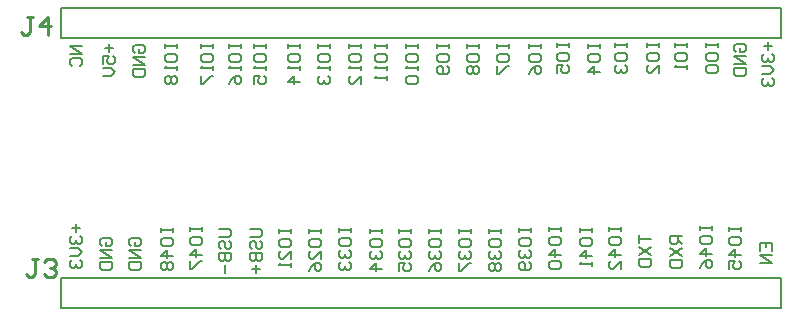
<source format=gbo>
G04*
G04 #@! TF.GenerationSoftware,Altium Limited,Altium Designer,24.7.2 (38)*
G04*
G04 Layer_Color=32896*
%FSLAX25Y25*%
%MOIN*%
G70*
G04*
G04 #@! TF.SameCoordinates,5553529B-7FC1-40E9-B1A8-37912BF81215*
G04*
G04*
G04 #@! TF.FilePolarity,Positive*
G04*
G01*
G75*
%ADD10C,0.00591*%
%ADD15C,0.00600*%
%ADD74C,0.01000*%
D10*
X279961Y197D02*
Y10039D01*
X40118D02*
X279961D01*
X40118Y197D02*
Y10039D01*
Y197D02*
X279961D01*
X40118Y90197D02*
X279961D01*
X40118D02*
Y100039D01*
X279961D01*
Y90197D02*
Y100039D01*
D15*
X273001Y19034D02*
Y21700D01*
X277000D01*
Y19034D01*
X275001Y21700D02*
Y20367D01*
X277000Y17701D02*
X273001D01*
X277000Y15035D01*
X273001D01*
X143001Y26500D02*
Y25167D01*
Y25834D01*
X147000D01*
Y26500D01*
Y25167D01*
X143001Y21168D02*
Y22501D01*
X143668Y23168D01*
X146334D01*
X147000Y22501D01*
Y21168D01*
X146334Y20502D01*
X143668D01*
X143001Y21168D01*
X143668Y19169D02*
X143001Y18503D01*
Y17170D01*
X143668Y16503D01*
X144334D01*
X145001Y17170D01*
Y17836D01*
Y17170D01*
X145667Y16503D01*
X146334D01*
X147000Y17170D01*
Y18503D01*
X146334Y19169D01*
X147000Y13171D02*
X143001D01*
X145001Y15170D01*
Y12505D01*
X262701Y27200D02*
Y25867D01*
Y26534D01*
X266700D01*
Y27200D01*
Y25867D01*
X262701Y21868D02*
Y23201D01*
X263368Y23868D01*
X266034D01*
X266700Y23201D01*
Y21868D01*
X266034Y21202D01*
X263368D01*
X262701Y21868D01*
X266700Y17870D02*
X262701D01*
X264701Y19869D01*
Y17203D01*
X262701Y13205D02*
Y15870D01*
X264701D01*
X264034Y14537D01*
Y13871D01*
X264701Y13205D01*
X266034D01*
X266700Y13871D01*
Y15204D01*
X266034Y15870D01*
X253201Y27400D02*
Y26067D01*
Y26734D01*
X257200D01*
Y27400D01*
Y26067D01*
X253201Y22068D02*
Y23401D01*
X253868Y24068D01*
X256534D01*
X257200Y23401D01*
Y22068D01*
X256534Y21402D01*
X253868D01*
X253201Y22068D01*
X257200Y18070D02*
X253201D01*
X255201Y20069D01*
Y17403D01*
X253201Y13405D02*
X253868Y14737D01*
X255201Y16070D01*
X256534D01*
X257200Y15404D01*
Y14071D01*
X256534Y13405D01*
X255867D01*
X255201Y14071D01*
Y16070D01*
X247100Y23900D02*
X243101D01*
Y21901D01*
X243768Y21234D01*
X245101D01*
X245767Y21901D01*
Y23900D01*
Y22567D02*
X247100Y21234D01*
X243101Y19901D02*
X247100Y17235D01*
X243101D02*
X247100Y19901D01*
X243101Y15903D02*
X247100D01*
Y13903D01*
X246434Y13237D01*
X243768D01*
X243101Y13903D01*
Y15903D01*
X232701Y24300D02*
Y21634D01*
Y22967D01*
X236700D01*
X232701Y20301D02*
X236700Y17636D01*
X232701D02*
X236700Y20301D01*
X232701Y16303D02*
X236700D01*
Y14303D01*
X236034Y13637D01*
X233368D01*
X232701Y14303D01*
Y16303D01*
X222701Y27000D02*
Y25667D01*
Y26334D01*
X226700D01*
Y27000D01*
Y25667D01*
X222701Y21668D02*
Y23001D01*
X223368Y23668D01*
X226034D01*
X226700Y23001D01*
Y21668D01*
X226034Y21002D01*
X223368D01*
X222701Y21668D01*
X226700Y17670D02*
X222701D01*
X224701Y19669D01*
Y17003D01*
X226700Y13004D02*
Y15670D01*
X224034Y13004D01*
X223368D01*
X222701Y13671D01*
Y15004D01*
X223368Y15670D01*
X213001Y26800D02*
Y25467D01*
Y26134D01*
X217000D01*
Y26800D01*
Y25467D01*
X213001Y21468D02*
Y22801D01*
X213668Y23468D01*
X216334D01*
X217000Y22801D01*
Y21468D01*
X216334Y20802D01*
X213668D01*
X213001Y21468D01*
X217000Y17470D02*
X213001D01*
X215001Y19469D01*
Y16803D01*
X217000Y15470D02*
Y14137D01*
Y14804D01*
X213001D01*
X213668Y15470D01*
X152601Y26500D02*
Y25167D01*
Y25834D01*
X156600D01*
Y26500D01*
Y25167D01*
X152601Y21168D02*
Y22501D01*
X153268Y23168D01*
X155933D01*
X156600Y22501D01*
Y21168D01*
X155933Y20502D01*
X153268D01*
X152601Y21168D01*
X153268Y19169D02*
X152601Y18503D01*
Y17170D01*
X153268Y16503D01*
X153934D01*
X154601Y17170D01*
Y17836D01*
Y17170D01*
X155267Y16503D01*
X155933D01*
X156600Y17170D01*
Y18503D01*
X155933Y19169D01*
X152601Y12505D02*
Y15170D01*
X154601D01*
X153934Y13837D01*
Y13171D01*
X154601Y12505D01*
X155933D01*
X156600Y13171D01*
Y14504D01*
X155933Y15170D01*
X162601Y26300D02*
Y24967D01*
Y25634D01*
X166600D01*
Y26300D01*
Y24967D01*
X162601Y20968D02*
Y22301D01*
X163268Y22968D01*
X165934D01*
X166600Y22301D01*
Y20968D01*
X165934Y20302D01*
X163268D01*
X162601Y20968D01*
X163268Y18969D02*
X162601Y18303D01*
Y16970D01*
X163268Y16303D01*
X163934D01*
X164601Y16970D01*
Y17636D01*
Y16970D01*
X165267Y16303D01*
X165934D01*
X166600Y16970D01*
Y18303D01*
X165934Y18969D01*
X162601Y12304D02*
X163268Y13637D01*
X164601Y14970D01*
X165934D01*
X166600Y14304D01*
Y12971D01*
X165934Y12304D01*
X165267D01*
X164601Y12971D01*
Y14970D01*
X172801Y26400D02*
Y25067D01*
Y25734D01*
X176800D01*
Y26400D01*
Y25067D01*
X172801Y21068D02*
Y22401D01*
X173468Y23068D01*
X176134D01*
X176800Y22401D01*
Y21068D01*
X176134Y20402D01*
X173468D01*
X172801Y21068D01*
X173468Y19069D02*
X172801Y18403D01*
Y17070D01*
X173468Y16403D01*
X174134D01*
X174801Y17070D01*
Y17736D01*
Y17070D01*
X175467Y16403D01*
X176134D01*
X176800Y17070D01*
Y18403D01*
X176134Y19069D01*
X172801Y15070D02*
Y12404D01*
X173468D01*
X176134Y15070D01*
X176800D01*
X182801Y26300D02*
Y24967D01*
Y25634D01*
X186800D01*
Y26300D01*
Y24967D01*
X182801Y20968D02*
Y22301D01*
X183468Y22968D01*
X186134D01*
X186800Y22301D01*
Y20968D01*
X186134Y20302D01*
X183468D01*
X182801Y20968D01*
X183468Y18969D02*
X182801Y18303D01*
Y16970D01*
X183468Y16303D01*
X184134D01*
X184801Y16970D01*
Y17636D01*
Y16970D01*
X185467Y16303D01*
X186134D01*
X186800Y16970D01*
Y18303D01*
X186134Y18969D01*
X183468Y14970D02*
X182801Y14304D01*
Y12971D01*
X183468Y12304D01*
X184134D01*
X184801Y12971D01*
X185467Y12304D01*
X186134D01*
X186800Y12971D01*
Y14304D01*
X186134Y14970D01*
X185467D01*
X184801Y14304D01*
X184134Y14970D01*
X183468D01*
X184801Y14304D02*
Y12971D01*
X192801Y26700D02*
Y25367D01*
Y26034D01*
X196800D01*
Y26700D01*
Y25367D01*
X192801Y21368D02*
Y22701D01*
X193468Y23368D01*
X196133D01*
X196800Y22701D01*
Y21368D01*
X196133Y20702D01*
X193468D01*
X192801Y21368D01*
X193468Y19369D02*
X192801Y18703D01*
Y17370D01*
X193468Y16703D01*
X194134D01*
X194801Y17370D01*
Y18036D01*
Y17370D01*
X195467Y16703D01*
X196133D01*
X196800Y17370D01*
Y18703D01*
X196133Y19369D01*
Y15370D02*
X196800Y14704D01*
Y13371D01*
X196133Y12705D01*
X193468D01*
X192801Y13371D01*
Y14704D01*
X193468Y15370D01*
X194134D01*
X194801Y14704D01*
Y12705D01*
X202901Y26900D02*
Y25567D01*
Y26234D01*
X206900D01*
Y26900D01*
Y25567D01*
X202901Y21568D02*
Y22901D01*
X203568Y23568D01*
X206234D01*
X206900Y22901D01*
Y21568D01*
X206234Y20902D01*
X203568D01*
X202901Y21568D01*
X206900Y17570D02*
X202901D01*
X204901Y19569D01*
Y16903D01*
X203568Y15570D02*
X202901Y14904D01*
Y13571D01*
X203568Y12904D01*
X206234D01*
X206900Y13571D01*
Y14904D01*
X206234Y15570D01*
X203568D01*
X73401Y26800D02*
Y25467D01*
Y26134D01*
X77400D01*
Y26800D01*
Y25467D01*
X73401Y21468D02*
Y22801D01*
X74068Y23468D01*
X76734D01*
X77400Y22801D01*
Y21468D01*
X76734Y20802D01*
X74068D01*
X73401Y21468D01*
X77400Y17470D02*
X73401D01*
X75401Y19469D01*
Y16803D01*
X74068Y15470D02*
X73401Y14804D01*
Y13471D01*
X74068Y12804D01*
X74734D01*
X75401Y13471D01*
X76067Y12804D01*
X76734D01*
X77400Y13471D01*
Y14804D01*
X76734Y15470D01*
X76067D01*
X75401Y14804D01*
X74734Y15470D01*
X74068D01*
X75401Y14804D02*
Y13471D01*
X83101Y27100D02*
Y25767D01*
Y26434D01*
X87100D01*
Y27100D01*
Y25767D01*
X83101Y21768D02*
Y23101D01*
X83768Y23768D01*
X86434D01*
X87100Y23101D01*
Y21768D01*
X86434Y21102D01*
X83768D01*
X83101Y21768D01*
X87100Y17770D02*
X83101D01*
X85101Y19769D01*
Y17103D01*
X83101Y15770D02*
Y13104D01*
X83768D01*
X86434Y15770D01*
X87100D01*
X92901Y26500D02*
X96234D01*
X96900Y25834D01*
Y24501D01*
X96234Y23834D01*
X92901D01*
X93568Y19836D02*
X92901Y20502D01*
Y21835D01*
X93568Y22501D01*
X94234D01*
X94901Y21835D01*
Y20502D01*
X95567Y19836D01*
X96234D01*
X96900Y20502D01*
Y21835D01*
X96234Y22501D01*
X92901Y18503D02*
X96900D01*
Y16503D01*
X96234Y15837D01*
X95567D01*
X94901Y16503D01*
Y18503D01*
Y16503D01*
X94234Y15837D01*
X93568D01*
X92901Y16503D01*
Y18503D01*
X94901Y14504D02*
Y11838D01*
X103001Y26300D02*
X106333D01*
X107000Y25634D01*
Y24301D01*
X106333Y23634D01*
X103001D01*
X103668Y19636D02*
X103001Y20302D01*
Y21635D01*
X103668Y22301D01*
X104334D01*
X105001Y21635D01*
Y20302D01*
X105667Y19636D01*
X106333D01*
X107000Y20302D01*
Y21635D01*
X106333Y22301D01*
X103001Y18303D02*
X107000D01*
Y16303D01*
X106333Y15637D01*
X105667D01*
X105001Y16303D01*
Y18303D01*
Y16303D01*
X104334Y15637D01*
X103668D01*
X103001Y16303D01*
Y18303D01*
X105001Y14304D02*
Y11638D01*
X103668Y12971D02*
X106333D01*
X112801Y26500D02*
Y25167D01*
Y25834D01*
X116800D01*
Y26500D01*
Y25167D01*
X112801Y21168D02*
Y22501D01*
X113468Y23168D01*
X116133D01*
X116800Y22501D01*
Y21168D01*
X116133Y20502D01*
X113468D01*
X112801Y21168D01*
X116800Y16503D02*
Y19169D01*
X114134Y16503D01*
X113468D01*
X112801Y17170D01*
Y18503D01*
X113468Y19169D01*
X116800Y15170D02*
Y13837D01*
Y14504D01*
X112801D01*
X113468Y15170D01*
X122601Y26500D02*
Y25167D01*
Y25834D01*
X126600D01*
Y26500D01*
Y25167D01*
X122601Y21168D02*
Y22501D01*
X123268Y23168D01*
X125934D01*
X126600Y22501D01*
Y21168D01*
X125934Y20502D01*
X123268D01*
X122601Y21168D01*
X126600Y16503D02*
Y19169D01*
X123934Y16503D01*
X123268D01*
X122601Y17170D01*
Y18503D01*
X123268Y19169D01*
X122601Y12505D02*
X123268Y13837D01*
X124601Y15170D01*
X125934D01*
X126600Y14504D01*
Y13171D01*
X125934Y12505D01*
X125267D01*
X124601Y13171D01*
Y15170D01*
X132801Y26600D02*
Y25267D01*
Y25934D01*
X136800D01*
Y26600D01*
Y25267D01*
X132801Y21268D02*
Y22601D01*
X133468Y23268D01*
X136134D01*
X136800Y22601D01*
Y21268D01*
X136134Y20602D01*
X133468D01*
X132801Y21268D01*
X133468Y19269D02*
X132801Y18603D01*
Y17270D01*
X133468Y16603D01*
X134134D01*
X134801Y17270D01*
Y17936D01*
Y17270D01*
X135467Y16603D01*
X136134D01*
X136800Y17270D01*
Y18603D01*
X136134Y19269D01*
X133468Y15270D02*
X132801Y14604D01*
Y13271D01*
X133468Y12605D01*
X134134D01*
X134801Y13271D01*
Y13937D01*
Y13271D01*
X135467Y12605D01*
X136134D01*
X136800Y13271D01*
Y14604D01*
X136134Y15270D01*
X63468Y20734D02*
X62801Y21401D01*
Y22734D01*
X63468Y23400D01*
X66134D01*
X66800Y22734D01*
Y21401D01*
X66134Y20734D01*
X64801D01*
Y22067D01*
X66800Y19401D02*
X62801D01*
X66800Y16736D01*
X62801D01*
Y15403D02*
X66800D01*
Y13403D01*
X66134Y12737D01*
X63468D01*
X62801Y13403D01*
Y15403D01*
X45101Y27900D02*
Y25234D01*
X43768Y26567D02*
X46434D01*
X43768Y23901D02*
X43101Y23235D01*
Y21902D01*
X43768Y21236D01*
X44434D01*
X45101Y21902D01*
Y22568D01*
Y21902D01*
X45767Y21236D01*
X46434D01*
X47100Y21902D01*
Y23235D01*
X46434Y23901D01*
X43101Y19903D02*
X45767D01*
X47100Y18570D01*
X45767Y17237D01*
X43101D01*
X43768Y15904D02*
X43101Y15237D01*
Y13905D01*
X43768Y13238D01*
X44434D01*
X45101Y13905D01*
Y14571D01*
Y13905D01*
X45767Y13238D01*
X46434D01*
X47100Y13905D01*
Y15237D01*
X46434Y15904D01*
X53868Y20634D02*
X53201Y21301D01*
Y22634D01*
X53868Y23300D01*
X56534D01*
X57200Y22634D01*
Y21301D01*
X56534Y20634D01*
X55201D01*
Y21967D01*
X57200Y19301D02*
X53201D01*
X57200Y16635D01*
X53201D01*
Y15303D02*
X57200D01*
Y13303D01*
X56534Y12637D01*
X53868D01*
X53201Y13303D01*
Y15303D01*
X47200Y87500D02*
X43201D01*
X47200Y84834D01*
X43201D01*
X43868Y80835D02*
X43201Y81502D01*
Y82835D01*
X43868Y83501D01*
X46534D01*
X47200Y82835D01*
Y81502D01*
X46534Y80835D01*
X56201Y88200D02*
Y85534D01*
X54868Y86867D02*
X57534D01*
X54201Y81536D02*
Y84201D01*
X56201D01*
X55534Y82868D01*
Y82202D01*
X56201Y81536D01*
X57534D01*
X58200Y82202D01*
Y83535D01*
X57534Y84201D01*
X54201Y80203D02*
X56867D01*
X58200Y78870D01*
X56867Y77537D01*
X54201D01*
X64868Y85034D02*
X64201Y85701D01*
Y87034D01*
X64868Y87700D01*
X67534D01*
X68200Y87034D01*
Y85701D01*
X67534Y85034D01*
X66201D01*
Y86367D01*
X68200Y83701D02*
X64201D01*
X68200Y81036D01*
X64201D01*
Y79703D02*
X68200D01*
Y77703D01*
X67534Y77037D01*
X64868D01*
X64201Y77703D01*
Y79703D01*
X136201Y88100D02*
Y86767D01*
Y87434D01*
X140200D01*
Y88100D01*
Y86767D01*
X136201Y82768D02*
Y84101D01*
X136868Y84768D01*
X139533D01*
X140200Y84101D01*
Y82768D01*
X139533Y82102D01*
X136868D01*
X136201Y82768D01*
X140200Y80769D02*
Y79436D01*
Y80103D01*
X136201D01*
X136868Y80769D01*
X140200Y74771D02*
Y77437D01*
X137534Y74771D01*
X136868D01*
X136201Y75437D01*
Y76770D01*
X136868Y77437D01*
X125901Y88100D02*
Y86767D01*
Y87434D01*
X129900D01*
Y88100D01*
Y86767D01*
X125901Y82768D02*
Y84101D01*
X126568Y84768D01*
X129234D01*
X129900Y84101D01*
Y82768D01*
X129234Y82102D01*
X126568D01*
X125901Y82768D01*
X129900Y80769D02*
Y79436D01*
Y80103D01*
X125901D01*
X126568Y80769D01*
Y77437D02*
X125901Y76770D01*
Y75437D01*
X126568Y74771D01*
X127234D01*
X127901Y75437D01*
Y76104D01*
Y75437D01*
X128567Y74771D01*
X129234D01*
X129900Y75437D01*
Y76770D01*
X129234Y77437D01*
X115601Y87900D02*
Y86567D01*
Y87234D01*
X119600D01*
Y87900D01*
Y86567D01*
X115601Y82568D02*
Y83901D01*
X116268Y84568D01*
X118933D01*
X119600Y83901D01*
Y82568D01*
X118933Y81902D01*
X116268D01*
X115601Y82568D01*
X119600Y80569D02*
Y79236D01*
Y79903D01*
X115601D01*
X116268Y80569D01*
X119600Y75237D02*
X115601D01*
X117601Y77237D01*
Y74571D01*
X104401Y87900D02*
Y86567D01*
Y87234D01*
X108400D01*
Y87900D01*
Y86567D01*
X104401Y82568D02*
Y83901D01*
X105068Y84568D01*
X107734D01*
X108400Y83901D01*
Y82568D01*
X107734Y81902D01*
X105068D01*
X104401Y82568D01*
X108400Y80569D02*
Y79236D01*
Y79903D01*
X104401D01*
X105068Y80569D01*
X104401Y74571D02*
Y77237D01*
X106401D01*
X105734Y75904D01*
Y75237D01*
X106401Y74571D01*
X107734D01*
X108400Y75237D01*
Y76570D01*
X107734Y77237D01*
X96201Y88000D02*
Y86667D01*
Y87334D01*
X100200D01*
Y88000D01*
Y86667D01*
X96201Y82668D02*
Y84001D01*
X96868Y84668D01*
X99534D01*
X100200Y84001D01*
Y82668D01*
X99534Y82002D01*
X96868D01*
X96201Y82668D01*
X100200Y80669D02*
Y79336D01*
Y80003D01*
X96201D01*
X96868Y80669D01*
X96201Y74671D02*
X96868Y76004D01*
X98201Y77337D01*
X99534D01*
X100200Y76670D01*
Y75337D01*
X99534Y74671D01*
X98867D01*
X98201Y75337D01*
Y77337D01*
X86601Y88100D02*
Y86767D01*
Y87434D01*
X90600D01*
Y88100D01*
Y86767D01*
X86601Y82768D02*
Y84101D01*
X87268Y84768D01*
X89934D01*
X90600Y84101D01*
Y82768D01*
X89934Y82102D01*
X87268D01*
X86601Y82768D01*
X90600Y80769D02*
Y79436D01*
Y80103D01*
X86601D01*
X87268Y80769D01*
X86601Y77437D02*
Y74771D01*
X87268D01*
X89934Y77437D01*
X90600D01*
X74701Y88200D02*
Y86867D01*
Y87534D01*
X78700D01*
Y88200D01*
Y86867D01*
X74701Y82868D02*
Y84201D01*
X75368Y84868D01*
X78034D01*
X78700Y84201D01*
Y82868D01*
X78034Y82202D01*
X75368D01*
X74701Y82868D01*
X78700Y80869D02*
Y79536D01*
Y80203D01*
X74701D01*
X75368Y80869D01*
Y77537D02*
X74701Y76870D01*
Y75537D01*
X75368Y74871D01*
X76034D01*
X76701Y75537D01*
X77367Y74871D01*
X78034D01*
X78700Y75537D01*
Y76870D01*
X78034Y77537D01*
X77367D01*
X76701Y76870D01*
X76034Y77537D01*
X75368D01*
X76701Y76870D02*
Y75537D01*
X205501Y88300D02*
Y86967D01*
Y87634D01*
X209500D01*
Y88300D01*
Y86967D01*
X205501Y82968D02*
Y84301D01*
X206168Y84968D01*
X208834D01*
X209500Y84301D01*
Y82968D01*
X208834Y82302D01*
X206168D01*
X205501Y82968D01*
Y78303D02*
Y80969D01*
X207501D01*
X206834Y79636D01*
Y78970D01*
X207501Y78303D01*
X208834D01*
X209500Y78970D01*
Y80303D01*
X208834Y80969D01*
X196101Y88200D02*
Y86867D01*
Y87534D01*
X200100D01*
Y88200D01*
Y86867D01*
X196101Y82868D02*
Y84201D01*
X196768Y84868D01*
X199434D01*
X200100Y84201D01*
Y82868D01*
X199434Y82202D01*
X196768D01*
X196101Y82868D01*
Y78203D02*
X196768Y79536D01*
X198101Y80869D01*
X199434D01*
X200100Y80203D01*
Y78870D01*
X199434Y78203D01*
X198767D01*
X198101Y78870D01*
Y80869D01*
X185401Y88100D02*
Y86767D01*
Y87434D01*
X189400D01*
Y88100D01*
Y86767D01*
X185401Y82768D02*
Y84101D01*
X186068Y84768D01*
X188733D01*
X189400Y84101D01*
Y82768D01*
X188733Y82102D01*
X186068D01*
X185401Y82768D01*
Y80769D02*
Y78103D01*
X186068D01*
X188733Y80769D01*
X189400D01*
X175301Y88100D02*
Y86767D01*
Y87434D01*
X179300D01*
Y88100D01*
Y86767D01*
X175301Y82768D02*
Y84101D01*
X175968Y84768D01*
X178633D01*
X179300Y84101D01*
Y82768D01*
X178633Y82102D01*
X175968D01*
X175301Y82768D01*
X175968Y80769D02*
X175301Y80103D01*
Y78770D01*
X175968Y78103D01*
X176634D01*
X177301Y78770D01*
X177967Y78103D01*
X178633D01*
X179300Y78770D01*
Y80103D01*
X178633Y80769D01*
X177967D01*
X177301Y80103D01*
X176634Y80769D01*
X175968D01*
X177301Y80103D02*
Y78770D01*
X165501Y87900D02*
Y86567D01*
Y87234D01*
X169500D01*
Y87900D01*
Y86567D01*
X165501Y82568D02*
Y83901D01*
X166168Y84568D01*
X168833D01*
X169500Y83901D01*
Y82568D01*
X168833Y81902D01*
X166168D01*
X165501Y82568D01*
X168833Y80569D02*
X169500Y79903D01*
Y78570D01*
X168833Y77903D01*
X166168D01*
X165501Y78570D01*
Y79903D01*
X166168Y80569D01*
X166834D01*
X167501Y79903D01*
Y77903D01*
X155001Y88100D02*
Y86767D01*
Y87434D01*
X159000D01*
Y88100D01*
Y86767D01*
X155001Y82768D02*
Y84101D01*
X155668Y84768D01*
X158334D01*
X159000Y84101D01*
Y82768D01*
X158334Y82102D01*
X155668D01*
X155001Y82768D01*
X159000Y80769D02*
Y79436D01*
Y80103D01*
X155001D01*
X155668Y80769D01*
Y77437D02*
X155001Y76770D01*
Y75437D01*
X155668Y74771D01*
X158334D01*
X159000Y75437D01*
Y76770D01*
X158334Y77437D01*
X155668D01*
X144601Y87900D02*
Y86567D01*
Y87234D01*
X148600D01*
Y87900D01*
Y86567D01*
X144601Y82568D02*
Y83901D01*
X145268Y84568D01*
X147933D01*
X148600Y83901D01*
Y82568D01*
X147933Y81902D01*
X145268D01*
X144601Y82568D01*
X148600Y80569D02*
Y79236D01*
Y79903D01*
X144601D01*
X145268Y80569D01*
X148600Y77237D02*
Y75904D01*
Y76570D01*
X144601D01*
X145268Y77237D01*
X215701Y88200D02*
Y86867D01*
Y87534D01*
X219700D01*
Y88200D01*
Y86867D01*
X215701Y82868D02*
Y84201D01*
X216368Y84868D01*
X219034D01*
X219700Y84201D01*
Y82868D01*
X219034Y82202D01*
X216368D01*
X215701Y82868D01*
X219700Y78870D02*
X215701D01*
X217701Y80869D01*
Y78203D01*
X224701Y88300D02*
Y86967D01*
Y87634D01*
X228700D01*
Y88300D01*
Y86967D01*
X224701Y82968D02*
Y84301D01*
X225368Y84968D01*
X228034D01*
X228700Y84301D01*
Y82968D01*
X228034Y82302D01*
X225368D01*
X224701Y82968D01*
X225368Y80969D02*
X224701Y80303D01*
Y78970D01*
X225368Y78303D01*
X226034D01*
X226701Y78970D01*
Y79636D01*
Y78970D01*
X227367Y78303D01*
X228034D01*
X228700Y78970D01*
Y80303D01*
X228034Y80969D01*
X235301Y88300D02*
Y86967D01*
Y87634D01*
X239300D01*
Y88300D01*
Y86967D01*
X235301Y82968D02*
Y84301D01*
X235968Y84968D01*
X238634D01*
X239300Y84301D01*
Y82968D01*
X238634Y82302D01*
X235968D01*
X235301Y82968D01*
X239300Y78303D02*
Y80969D01*
X236634Y78303D01*
X235968D01*
X235301Y78970D01*
Y80303D01*
X235968Y80969D01*
X244901Y88400D02*
Y87067D01*
Y87734D01*
X248900D01*
Y88400D01*
Y87067D01*
X244901Y83068D02*
Y84401D01*
X245568Y85068D01*
X248234D01*
X248900Y84401D01*
Y83068D01*
X248234Y82402D01*
X245568D01*
X244901Y83068D01*
X248900Y81069D02*
Y79736D01*
Y80403D01*
X244901D01*
X245568Y81069D01*
X255101Y88300D02*
Y86967D01*
Y87634D01*
X259100D01*
Y88300D01*
Y86967D01*
X255101Y82968D02*
Y84301D01*
X255768Y84968D01*
X258434D01*
X259100Y84301D01*
Y82968D01*
X258434Y82302D01*
X255768D01*
X255101Y82968D01*
X255768Y80969D02*
X255101Y80303D01*
Y78970D01*
X255768Y78303D01*
X258434D01*
X259100Y78970D01*
Y80303D01*
X258434Y80969D01*
X255768D01*
X264968Y85534D02*
X264301Y86201D01*
Y87534D01*
X264968Y88200D01*
X267634D01*
X268300Y87534D01*
Y86201D01*
X267634Y85534D01*
X266301D01*
Y86867D01*
X268300Y84201D02*
X264301D01*
X268300Y81536D01*
X264301D01*
Y80203D02*
X268300D01*
Y78203D01*
X267634Y77537D01*
X264968D01*
X264301Y78203D01*
Y80203D01*
X275701Y88600D02*
Y85934D01*
X274368Y87267D02*
X277034D01*
X274368Y84601D02*
X273701Y83935D01*
Y82602D01*
X274368Y81936D01*
X275034D01*
X275701Y82602D01*
Y83268D01*
Y82602D01*
X276367Y81936D01*
X277034D01*
X277700Y82602D01*
Y83935D01*
X277034Y84601D01*
X273701Y80603D02*
X276367D01*
X277700Y79270D01*
X276367Y77937D01*
X273701D01*
X274368Y76604D02*
X273701Y75937D01*
Y74604D01*
X274368Y73938D01*
X275034D01*
X275701Y74604D01*
Y75271D01*
Y74604D01*
X276367Y73938D01*
X277034D01*
X277700Y74604D01*
Y75937D01*
X277034Y76604D01*
D74*
X32300Y16299D02*
X30301D01*
X31301D01*
Y11301D01*
X30301Y10301D01*
X29301D01*
X28302Y11301D01*
X34300Y15299D02*
X35299Y16299D01*
X37299D01*
X38298Y15299D01*
Y14300D01*
X37299Y13300D01*
X36299D01*
X37299D01*
X38298Y12300D01*
Y11301D01*
X37299Y10301D01*
X35299D01*
X34300Y11301D01*
X30600Y97099D02*
X28601D01*
X29601D01*
Y92101D01*
X28601Y91101D01*
X27601D01*
X26602Y92101D01*
X35599Y91101D02*
Y97099D01*
X32600Y94100D01*
X36598D01*
M02*

</source>
